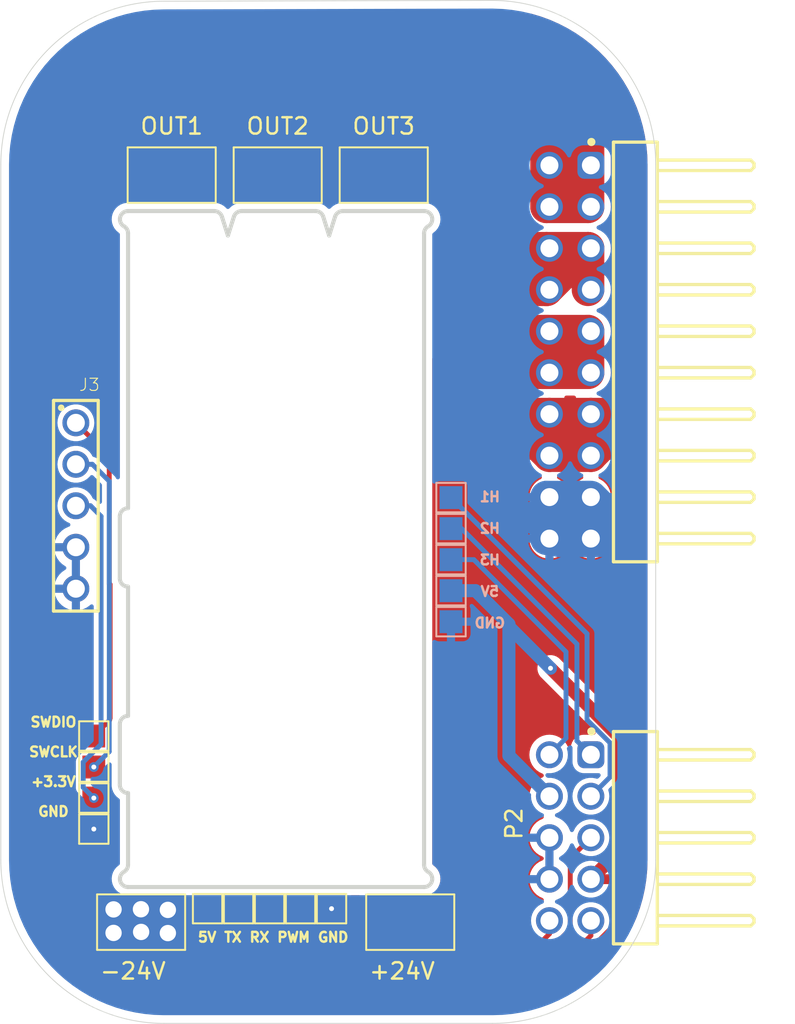
<source format=kicad_pcb>
(kicad_pcb (version 20240108) (generator "pcbnew") (generator_version "8.0")
  (layers (0 "F.Cu" signal) (31 "B.Cu" signal) (34 "B.Paste" user) (35 "F.Paste" user) (36 "B.SilkS" user "B.Silkscreen") (37 "F.SilkS" user "F.Silkscreen") (38 "B.Mask" user) (39 "F.Mask" user) (44 "Edge.Cuts" user))
  (property "ADDRESS1" "Not used")
  (property "ADDRESS2" "Not used")
  (property "ADDRESS3" "Not used")
  (property "ADDRESS4" "Not used")
  (property "APPLICATION_BUILDNUMBER" "Not used")
  (property "APPROVEDBY" "Not used")
  (property "AUTHOR" "Not used")
  (property "CHECKEDBY" "Not used")
  (property "CONFIGURATIONPARAMETERS" "")
  (property "CONFIGURATORNAME" "")
  (property "CURRENTDATE" "Not used")
  (property "CURRENTTIME" "Not used")
  (property "DOCUMENTFULLPATHANDNAME" "Not used")
  (property "DOCUMENTNAME" "Not used")
  (property "DOCUMENTNUMBER" "5")
  (property "DRAWNBY" "Not used")
  (property "ENGINEER" "Not used")
  (property "IMAGEPATH" "Not used")
  (property "ISUSERCONFIGURABLE" "")
  (property "MODIFIEDDATE" "Not used")
  (property "ORGANIZATION" "Not used")
  (property "PROJECTNAME" "Not used")
  (property "SHEETTOTAL" "6")
  (property "TIME" "Not used")
  (property "VERSIONCONTROL_PROJFOLDERREVNUMBER" "")
  (property "VERSIONCONTROL_REVNUMBER" "")
  (net 0 "")
  (net 1 "GND")
  (net 2 "SWDIO")
  (net 3 "3.3V")
  (net 4 "SWCLK")
  (net 5 "OUT3")
  (net 6 "OUT1")
  (net 7 "OUT2")
  (net 8 "H1")
  (net 9 "TX")
  (net 10 "H3")
  (net 11 "24V")
  (net 12 "PWM")
  (net 13 "5V")
  (net 14 "RX")
  (net 15 "H2")
  (footprint "Solderpads:Solder_Pad_5.0x3.0mm" (layer "F.Cu") (at 127.675 46.95)
    (property "Reference" "OUT1" (at 0 -3 0) (layer "F.SilkS"))
    (property "Value" "OUT1" (hide yes))
    (fp_line (start -2.7 -1.7) (end 2.7 -1.7) (stroke (width 0.12)) (layer "F.SilkS"))
    (fp_line (start -2.7 1.7) (end -2.7 -1.7) (stroke (width 0.12)) (layer "F.SilkS"))
    (fp_line (start 2.7 -1.7) (end 2.7 1.7) (stroke (width 0.12)) (layer "F.SilkS"))
    (fp_line (start 2.7 1.7) (end -2.7 1.7) (stroke (width 0.12)) (layer "F.SilkS"))
    (pad "1" smd rect (at 0 0) (size 5 3) (layers "F.Cu" "F.Mask") (net 6 "OUT1") (clearance 0.6))
  )
  (footprint "Eagle_WR-PHD (rev24c):61300511121" (layer "F.Cu") (at 121.8 67.2 -90)
    (property "Reference" "J3" (at -6.97 -1.515 0) (layer "F.SilkS") (effects (font (size 0.747776 0.747776) (thickness 0.065024)) (justify right bottom)))
    (property "Value" "~" (hide yes))
    (fp_line (start -6.45 1.37) (end -6.45 -1.37) (stroke (width 0.2)) (layer "F.SilkS"))
    (fp_line (start 6.45 1.37) (end -6.45 1.37) (stroke (width 0.2)) (layer "F.SilkS"))
    (fp_line (start -6.45 -1.37) (end 6.45 -1.37) (stroke (width 0.2)) (layer "F.SilkS"))
    (fp_line (start 6.45 -1.37) (end 6.45 1.37) (stroke (width 0.2)) (layer "F.SilkS"))
    (fp_circle (center -6 0.9) (end -5.9 0.9) (stroke (width 0.2)) (fill none) (layer "F.SilkS"))
    (pad "1" thru_hole circle (at -5.08 0 270) (size 1.65 1.65) (drill 1.1) (layers "*.Cu" "*.Mask") (net 2 "SWDIO"))
    (pad "2" thru_hole circle (at -2.54 0 270) (size 1.65 1.65) (drill 1.1) (layers "*.Cu" "*.Mask") (net 4 "SWCLK"))
    (pad "3" thru_hole circle (at 0 0 270) (size 1.65 1.65) (drill 1.1) (layers "*.Cu" "*.Mask") (net 3 "3.3V"))
    (pad "4" thru_hole circle (at 2.54 0 270) (size 1.65 1.65) (drill 1.1) (layers "*.Cu" "*.Mask") (net 1 "GND"))
    (pad "5" thru_hole circle (at 5.08 0 270) (size 1.65 1.65) (drill 1.1) (layers "*.Cu" "*.Mask") (net 1 "GND"))
  )
  (footprint "Solderpads:TestPoint_Pad_1.0x1.0mm" (layer "F.Cu") (at 129.875 91.875)
    (property "Reference" "5V" (at -0.025894 1.75 0) (layer "F.SilkS") (effects (font (size 0.6 0.6))))
    (property "Value" "TestPoint_Pad_1.4x1.4mm" (hide yes))
    (fp_line (start -0.9 -0.9) (end 0.9 -0.9) (stroke (width 0.12)) (layer "F.SilkS"))
    (fp_line (start -0.9 0.9) (end -0.9 -0.9) (stroke (width 0.12)) (layer "F.SilkS"))
    (fp_line (start 0.9 -0.9) (end 0.9 0.9) (stroke (width 0.12)) (layer "F.SilkS"))
    (fp_line (start 0.9 0.9) (end -0.9 0.9) (stroke (width 0.12)) (layer "F.SilkS"))
    (pad "1" smd rect (at 0 0) (size 1.4 1.4) (layers "F.Cu" "F.Mask") (net 13 "5V"))
  )
  (footprint "Solderpads:TestPoint_Pad_1.0x1.0mm" (layer "F.Cu") (at 137.475 91.875)
    (property "Reference" "GND" (at 0.099106 1.75 0) (layer "F.SilkS") (effects (font (size 0.6 0.6))))
    (property "Value" "TestPoint_Pad_1.4x1.4mm" (hide yes))
    (fp_line (start -0.9 -0.9) (end 0.9 -0.9) (stroke (width 0.12)) (layer "F.SilkS"))
    (fp_line (start -0.9 0.9) (end -0.9 -0.9) (stroke (width 0.12)) (layer "F.SilkS"))
    (fp_line (start 0.9 -0.9) (end 0.9 0.9) (stroke (width 0.12)) (layer "F.SilkS"))
    (fp_line (start 0.9 0.9) (end -0.9 0.9) (stroke (width 0.12)) (layer "F.SilkS"))
    (pad "1" smd rect (at 0 0) (size 1.4 1.4) (layers "F.Cu" "F.Mask") (net 1 "GND"))
  )
  (footprint "Solderpads:Solder_Pad_5.0x3.0mm" (layer "F.Cu") (at 142.3 92.7)
    (property "Reference" "+24V" (at -0.5 3 180) (layer "F.SilkS"))
    (property "Value" "OUT1" (hide yes))
    (fp_line (start -2.7 -1.7) (end 2.7 -1.7) (stroke (width 0.12)) (layer "F.SilkS"))
    (fp_line (start -2.7 1.7) (end -2.7 -1.7) (stroke (width 0.12)) (layer "F.SilkS"))
    (fp_line (start 2.7 -1.7) (end 2.7 1.7) (stroke (width 0.12)) (layer "F.SilkS"))
    (fp_line (start 2.7 1.7) (end -2.7 1.7) (stroke (width 0.12)) (layer "F.SilkS"))
    (pad "1" smd rect (at 0 0) (size 5 3) (layers "F.Cu" "F.Mask") (net 11 "24V") (clearance 0.6))
  )
  (footprint "Solderpads:Solder_Pad_5.0x3.0mm" (layer "F.Cu") (at 125.8 92.7 180)
    (property "Reference" "-24V" (at 0.5 -3 180) (layer "F.SilkS"))
    (property "Value" "OUT1" (hide yes))
    (fp_line (start 2.7 1.7) (end -2.7 1.7) (stroke (width 0.12)) (layer "F.SilkS"))
    (fp_line (start 2.7 -1.7) (end 2.7 1.7) (stroke (width 0.12)) (layer "F.SilkS"))
    (fp_line (start -2.7 1.7) (end -2.7 -1.7) (stroke (width 0.12)) (layer "F.SilkS"))
    (fp_line (start -2.7 -1.7) (end 2.7 -1.7) (stroke (width 0.12)) (layer "F.SilkS"))
    (pad "1" smd rect (at 0 0 180) (size 5 3) (layers "F.Cu" "F.Mask") (net 1 "GND") (clearance 0.6))
  )
  (footprint "Solderpads:Solder_Pad_5.0x3.0mm" (layer "F.Cu") (at 140.675 46.95)
    (property "Reference" "OUT3" (at 0 -3 0) (layer "F.SilkS"))
    (property "Value" "OUT1" (hide yes))
    (fp_line (start -2.7 -1.7) (end 2.7 -1.7) (stroke (width 0.12)) (layer "F.SilkS"))
    (fp_line (start -2.7 1.7) (end -2.7 -1.7) (stroke (width 0.12)) (layer "F.SilkS"))
    (fp_line (start 2.7 -1.7) (end 2.7 1.7) (stroke (width 0.12)) (layer "F.SilkS"))
    (fp_line (start 2.7 1.7) (end -2.7 1.7) (stroke (width 0.12)) (layer "F.SilkS"))
    (pad "1" smd rect (at 0 0) (size 5 3) (layers "F.Cu" "F.Mask") (net 5 "OUT3") (clearance 0.6))
  )
  (footprint "Solderpads:Solder_Pad_5.0x3.0mm" (layer "F.Cu") (at 134.175 46.95)
    (property "Reference" "OUT2" (at 0 -3 0) (layer "F.SilkS"))
    (property "Value" "OUT1" (hide yes))
    (fp_line (start -2.7 -1.7) (end 2.7 -1.7) (stroke (width 0.12)) (layer "F.SilkS"))
    (fp_line (start -2.7 1.7) (end -2.7 -1.7) (stroke (width 0.12)) (layer "F.SilkS"))
    (fp_line (start 2.7 -1.7) (end 2.7 1.7) (stroke (width 0.12)) (layer "F.SilkS"))
    (fp_line (start 2.7 1.7) (end -2.7 1.7) (stroke (width 0.12)) (layer "F.SilkS"))
    (pad "1" smd rect (at 0 0) (size 5 3) (layers "F.Cu" "F.Mask") (net 7 "OUT2") (clearance 0.6))
  )
  (footprint "Solderpads:TestPoint_Pad_1.0x1.0mm" (layer "F.Cu") (at 135.575 91.875)
    (property "Reference" "PWM" (at -0.425 1.75 0) (layer "F.SilkS") (effects (font (size 0.6 0.6))))
    (property "Value" "TestPoint_Pad_1.4x1.4mm" (hide yes))
    (fp_line (start -0.9 -0.9) (end 0.9 -0.9) (stroke (width 0.12)) (layer "F.SilkS"))
    (fp_line (start -0.9 0.9) (end -0.9 -0.9) (stroke (width 0.12)) (layer "F.SilkS"))
    (fp_line (start 0.9 -0.9) (end 0.9 0.9) (stroke (width 0.12)) (layer "F.SilkS"))
    (fp_line (start 0.9 0.9) (end -0.9 0.9) (stroke (width 0.12)) (layer "F.SilkS"))
    (pad "1" smd rect (at 0 0) (size 1.4 1.4) (layers "F.Cu" "F.Mask") (net 12 "PWM"))
  )
  (footprint "B-G431B-ESC1:ESC_Adapter_pins_right_angle" (layer "F.Cu") (at 154.775 74.41 90)
    (property "Reference" "P2" (at -12.26 -6.11 90) (layer "F.SilkS"))
    (property "Value" "ESC_Adapter_pins_right_angle")
    (fp_line (start 3.78 -0.015) (end 29.48 -0.015) (stroke (width 0.2)) (layer "F.SilkS"))
    (fp_line (start -19.62 -0.015) (end -6.62 -0.015) (stroke (width 0.2)) (layer "F.SilkS"))
    (fp_line (start 29.48 2.675) (end 29.48 -0.015) (stroke (width 0.2)) (layer "F.SilkS"))
    (fp_line (start 3.78 2.675) (end 3.78 -0.015) (stroke (width 0.2)) (layer "F.SilkS"))
    (fp_line (start 3.78 2.675) (end 29.48 2.675) (stroke (width 0.2)) (layer "F.SilkS"))
    (fp_line (start -6.62 2.675) (end -6.62 -0.015) (stroke (width 0.2)) (layer "F.SilkS"))
    (fp_line (start -19.62 2.675) (end -19.62 -0.015) (stroke (width 0.2)) (layer "F.SilkS"))
    (fp_line (start -19.62 2.675) (end -6.62 2.675) (stroke (width 0.2)) (layer "F.SilkS"))
    (fp_line (start 28.38 8.4) (end 28.38 2.675) (stroke (width 0.2)) (layer "F.SilkS"))
    (fp_line (start 27.74 8.4) (end 27.74 2.675) (stroke (width 0.2)) (layer "F.SilkS"))
    (fp_line (start 27.74 8.4) (end 27.94 8.6) (stroke (width 0.2)) (layer "F.SilkS"))
    (fp_line (start 25.84 8.4) (end 25.84 2.675) (stroke (width 0.2)) (layer "F.SilkS"))
    (fp_line (start 25.2 8.4) (end 25.2 2.675) (stroke (width 0.2)) (layer "F.SilkS"))
    (fp_line (start 25.2 8.4) (end 25.4 8.6) (stroke (width 0.2)) (layer "F.SilkS"))
    (fp_line (start 23.3 8.4) (end 23.3 2.675) (stroke (width 0.2)) (layer "F.SilkS"))
    (fp_line (start 22.66 8.4) (end 22.66 2.675) (stroke (width 0.2)) (layer "F.SilkS"))
    (fp_line (start 22.66 8.4) (end 22.86 8.6) (stroke (width 0.2)) (layer "F.SilkS"))
    (fp_line (start 20.76 8.4) (end 20.76 2.675) (stroke (width 0.2)) (layer "F.SilkS"))
    (fp_line (start 20.12 8.4) (end 20.12 2.675) (stroke (width 0.2)) (layer "F.SilkS"))
    (fp_line (start 20.12 8.4) (end 20.32 8.6) (stroke (width 0.2)) (layer "F.SilkS"))
    (fp_line (start 18.22 8.4) (end 18.22 2.675) (stroke (width 0.2)) (layer "F.SilkS"))
    (fp_line (start 17.58 8.4) (end 17.58 2.675) (stroke (width 0.2)) (layer "F.SilkS"))
    (fp_line (start 17.58 8.4) (end 17.78 8.6) (stroke (width 0.2)) (layer "F.SilkS"))
    (fp_line (start 15.68 8.4) (end 15.68 2.675) (stroke (width 0.2)) (layer "F.SilkS"))
    (fp_line (start 15.04 8.4) (end 15.04 2.675) (stroke (width 0.2)) (layer "F.SilkS"))
    (fp_line (start 15.04 8.4) (end 15.24 8.6) (stroke (width 0.2)) (layer "F.SilkS"))
    (fp_line (start 13.14 8.4) (end 13.14 2.675) (stroke (width 0.2)) (layer "F.SilkS"))
    (fp_line (start 12.5 8.4) (end 12.5 2.675) (stroke (width 0.2)) (layer "F.SilkS"))
    (fp_line (start 12.5 8.4) (end 12.7 8.6) (stroke (width 0.2)) (layer "F.SilkS"))
    (fp_line (start 10.6 8.4) (end 10.6 2.675) (stroke (width 0.2)) (layer "F.SilkS"))
    (fp_line (start 9.96 8.4) (end 9.96 2.675) (stroke (width 0.2)) (layer "F.SilkS"))
    (fp_line (start 9.96 8.4) (end 10.16 8.6) (stroke (width 0.2)) (layer "F.SilkS"))
    (fp_line (start 8.06 8.4) (end 8.06 2.675) (stroke (width 0.2)) (layer "F.SilkS"))
    (fp_line (start 7.42 8.4) (end 7.42 2.675) (stroke (width 0.2)) (layer "F.SilkS"))
    (fp_line (start 7.42 8.4) (end 7.62 8.6) (stroke (width 0.2)) (layer "F.SilkS"))
    (fp_line (start 5.52 8.4) (end 5.52 2.675) (stroke (width 0.2)) (layer "F.SilkS"))
    (fp_line (start 4.88 8.4) (end 4.88 2.675) (stroke (width 0.2)) (layer "F.SilkS"))
    (fp_line (start 4.88 8.4) (end 5.08 8.6) (stroke (width 0.2)) (layer "F.SilkS"))
    (fp_line (start -7.72 8.4) (end -7.72 2.675) (stroke (width 0.2)) (layer "F.SilkS"))
    (fp_line (start -8.36 8.4) (end -8.36 2.675) (stroke (width 0.2)) (layer "F.SilkS"))
    (fp_line (start -8.36 8.4) (end -8.16 8.6) (stroke (width 0.2)) (layer "F.SilkS"))
    (fp_line (start -10.26 8.4) (end -10.26 2.675) (stroke (width 0.2)) (layer "F.SilkS"))
    (fp_line (start -10.9 8.4) (end -10.9 2.675) (stroke (width 0.2)) (layer "F.SilkS"))
    (fp_line (start -10.9 8.4) (end -10.7 8.6) (stroke (width 0.2)) (layer "F.SilkS"))
    (fp_line (start -12.8 8.4) (end -12.8 2.675) (stroke (width 0.2)) (layer "F.SilkS"))
    (fp_line (start -13.44 8.4) (end -13.44 2.675) (stroke (width 0.2)) (layer "F.SilkS"))
    (fp_line (start -13.44 8.4) (end -13.24 8.6) (stroke (width 0.2)) (layer "F.SilkS"))
    (fp_line (start -15.34 8.4) (end -15.34 2.675) (stroke (width 0.2)) (layer "F.SilkS"))
    (fp_line (start -15.98 8.4) (end -15.98 2.675) (stroke (width 0.2)) (layer "F.SilkS"))
    (fp_line (start -15.98 8.4) (end -15.78 8.6) (stroke (width 0.2)) (layer "F.SilkS"))
    (fp_line (start -17.88 8.4) (end -17.88 2.675) (stroke (width 0.2)) (layer "F.SilkS"))
    (fp_line (start -18.52 8.4) (end -18.52 2.675) (stroke (width 0.2)) (layer "F.SilkS"))
    (fp_line (start -18.52 8.4) (end -18.32 8.6) (stroke (width 0.2)) (layer "F.SilkS"))
    (fp_line (start 28.18 8.6) (end 28.38 8.4) (stroke (width 0.2)) (layer "F.SilkS"))
    (fp_line (start 27.94 8.6) (end 28.18 8.6) (stroke (width 0.2)) (layer "F.SilkS"))
    (fp_line (start 25.64 8.6) (end 25.84 8.4) (stroke (width 0.2)) (layer "F.SilkS"))
    (fp_line (start 25.4 8.6) (end 25.64 8.6) (stroke (width 0.2)) (layer "F.SilkS"))
    (fp_line (start 23.1 8.6) (end 23.3 8.4) (stroke (width 0.2)) (layer "F.SilkS"))
    (fp_line (start 22.86 8.6) (end 23.1 8.6) (stroke (width 0.2)) (layer "F.SilkS"))
    (fp_line (start 20.56 8.6) (end 20.76 8.4) (stroke (width 0.2)) (layer "F.SilkS"))
    (fp_line (start 20.32 8.6) (end 20.56 8.6) (stroke (width 0.2)) (layer "F.SilkS"))
    (fp_line (start 18.02 8.6) (end 18.22 8.4) (stroke (width 0.2)) (layer "F.SilkS"))
    (fp_line (start 17.78 8.6) (end 18.02 8.6) (stroke (width 0.2)) (layer "F.SilkS"))
    (fp_line (start 15.48 8.6) (end 15.68 8.4) (stroke (width 0.2)) (layer "F.SilkS"))
    (fp_line (start 15.24 8.6) (end 15.48 8.6) (stroke (width 0.2)) (layer "F.SilkS"))
    (fp_line (start 12.94 8.6) (end 13.14 8.4) (stroke (width 0.2)) (layer "F.SilkS"))
    (fp_line (start 12.7 8.6) (end 12.94 8.6) (stroke (width 0.2)) (layer "F.SilkS"))
    (fp_line (start 10.4 8.6) (end 10.6 8.4) (stroke (width 0.2)) (layer "F.SilkS"))
    (fp_line (start 10.16 8.6) (end 10.4 8.6) (stroke (width 0.2)) (layer "F.SilkS"))
    (fp_line (start 7.86 8.6) (end 8.06 8.4) (stroke (width 0.2)) (layer "F.SilkS"))
    (fp_line (start 7.62 8.6) (end 7.86 8.6) (stroke (width 0.2)) (layer "F.SilkS"))
    (fp_line (start 5.32 8.6) (end 5.52 8.4) (stroke (width 0.2)) (layer "F.SilkS"))
    (fp_line (start 5.08 8.6) (end 5.32 8.6) (stroke (width 0.2)) (layer "F.SilkS"))
    (fp_line (start -7.92 8.6) (end -7.72 8.4) (stroke (width 0.2)) (layer "F.SilkS"))
    (fp_line (start -8.16 8.6) (end -7.92 8.6) (stroke (width 0.2)) (layer "F.SilkS"))
    (fp_line (start -10.46 8.6) (end -10.26 8.4) (stroke (width 0.2)) (layer "F.SilkS"))
    (fp_line (start -10.7 8.6) (end -10.46 8.6) (stroke (width 0.2)) (layer "F.SilkS"))
    (fp_line (start -13 8.6) (end -12.8 8.4) (stroke (width 0.2)) (layer "F.SilkS"))
    (fp_line (start -13.24 8.6) (end -13 8.6) (stroke (width 0.2)) (layer "F.SilkS"))
    (fp_line (start -15.54 8.6) (end -15.34 8.4) (stroke (width 0.2)) (layer "F.SilkS"))
    (fp_line (start -15.78 8.6) (end -15.54 8.6) (stroke (width 0.2)) (layer "F.SilkS"))
    (fp_line (start -18.08 8.6) (end -17.88 8.4) (stroke (width 0.2)) (layer "F.SilkS"))
    (fp_line (start -18.32 8.6) (end -18.08 8.6) (stroke (width 0.2)) (layer "F.SilkS"))
    (fp_circle (center 29.49 -1.37) (end 29.49 -1.495) (stroke (width 0.25)) (fill none) (layer "F.SilkS"))
    (fp_circle (center -6.61 -1.37) (end -6.61 -1.495) (stroke (width 0.25)) (fill none) (layer "F.SilkS"))
    (pad "1" thru_hole roundrect (at 28.06 -1.4 90) (size 1.65 1.65) (drill 1.1) (layers "*.Cu" "*.Mask") (net 6 "OUT1"))
    (pad "2" thru_hole circle (at 28.06 -3.94 90) (size 1.65 1.65) (drill 1.1) (layers "*.Cu" "*.Mask") (net 6 "OUT1"))
    (pad "3" thru_hole circle (at 25.52 -1.4 90) (size 1.65 1.65) (drill 1.1) (layers "*.Cu" "*.Mask") (net 6 "OUT1"))
    (pad "4" thru_hole circle (at 25.52 -3.94 90) (size 1.65 1.65) (drill 1.1) (layers "*.Cu" "*.Mask") (net 6 "OUT1"))
    (pad "5" thru_hole circle (at 22.98 -1.4 90) (size 1.65 1.65) (drill 1.1) (layers "*.Cu" "*.Mask") (net 7 "OUT2"))
    (pad "6" thru_hole circle (at 22.98 -3.94 90) (size 1.65 1.65) (drill 1.1) (layers "*.Cu" "*.Mask") (net 7 "OUT2"))
    (pad "7" thru_hole circle (at 20.44 -1.4 90) (size 1.65 1.65) (drill 1.1) (layers "*.Cu" "*.Mask") (net 7 "OUT2"))
    (pad "8" thru_hole circle (at 20.44 -3.94 90) (size 1.65 1.65) (drill 1.1) (layers "*.Cu" "*.Mask") (net 7 "OUT2"))
    (pad "9" thru_hole circle (at 17.9 -1.4 90) (size 1.65 1.65) (drill 1.1) (layers "*.Cu" "*.Mask") (net 5 "OUT3"))
    (pad "10" thru_hole circle (at 17.9 -3.94 90) (size 1.65 1.65) (drill 1.1) (layers "*.Cu" "*.Mask") (net 5 "OUT3"))
    (pad "11" thru_hole circle (at 15.36 -1.4 90) (size 1.65 1.65) (drill 1.1) (layers "*.Cu" "*.Mask") (net 5 "OUT3"))
    (pad "12" thru_hole circle (at 15.36 -3.94 90) (size 1.65 1.65) (drill 1.1) (layers "*.Cu" "*.Mask") (net 5 "OUT3"))
    (pad "13" thru_hole circle (at 12.82 -1.4 90) (size 1.65 1.65) (drill 1.1) (layers "*.Cu" "*.Mask") (net 11 "24V"))
    (pad "14" thru_hole circle (at 12.82 -3.94 90) (size 1.65 1.65) (drill 1.1) (layers "*.Cu" "*.Mask") (net 11 "24V"))
    (pad "15" thru_hole circle (at 10.28 -1.4 90) (size 1.65 1.65) (drill 1.1) (layers "*.Cu" "*.Mask") (net 11 "24V"))
    (pad "16" thru_hole circle (at 10.28 -3.94 90) (size 1.65 1.65) (drill 1.1) (layers "*.Cu" "*.Mask") (net 11 "24V"))
    (pad "17" thru_hole circle (at 7.74 -1.4 90) (size 1.65 1.65) (drill 1.1) (layers "*.Cu" "*.Mask") (net 1 "GND"))
    (pad "18" thru_hole circle (at 7.74 -3.94 90) (size 1.65 1.65) (drill 1.1) (layers "*.Cu" "*.Mask") (net 1 "GND"))
    (pad "19" thru_hole circle (at 5.2 -1.4 90) (size 1.65 1.65) (drill 1.1) (layers "*.Cu" "*.Mask") (net 1 "GND"))
    (pad "20" thru_hole circle (at 5.2 -3.94 90) (size 1.65 1.65) (drill 1.1) (layers "*.Cu" "*.Mask") (net 1 "GND"))
    (pad "21" thru_hole roundrect (at -8.04 -1.4 90) (size 1.65 1.65) (drill 1.1) (layers "*.Cu" "*.Mask") (net 15 "H2"))
    (pad "22" thru_hole circle (at -8.04 -3.94 90) (size 1.65 1.65) (drill 1.1) (layers "*.Cu" "*.Mask") (net 10 "H3"))
    (pad "23" thru_hole circle (at -10.58 -1.4 90) (size 1.65 1.65) (drill 1.1) (layers "*.Cu" "*.Mask") (net 8 "H1"))
    (pad "24" thru_hole circle (at -10.58 -3.94 90) (size 1.65 1.65) (drill 1.1) (layers "*.Cu" "*.Mask") (net 13 "5V"))
    (pad "25" thru_hole circle (at -13.12 -1.4 90) (size 1.65 1.65) (drill 1.1) (layers "*.Cu" "*.Mask") (net 14 "RX"))
    (pad "26" thru_hole circle (at -13.12 -3.94 90) (size 1.65 1.65) (drill 1.1) (layers "*.Cu" "*.Mask") (net 1 "GND"))
    (pad "27" thru_hole circle (at -15.66 -1.4 90) (size 1.65 1.65) (drill 1.1) (layers "*.Cu" "*.Mask") (net 13 "5V"))
    (pad "28" thru_hole circle (at -15.66 -3.94 90) (size 1.65 1.65) (drill 1.1) (layers "*.Cu" "*.Mask") (net 1 "GND"))
    (pad "29" thru_hole circle (at -18.2 -1.4 90) (size 1.65 1.65) (drill 1.1) (layers "*.Cu" "*.Mask") (net 9 "TX"))
    (pad "30" thru_hole circle (at -18.2 -3.94 90) (size 1.65 1.65) (drill 1.1) (layers "*.Cu" "*.Mask") (net 12 "PWM"))
  )
  (footprint "Solderpads:TestPoint_Pad_1.0x1.0mm" (layer "F.Cu") (at 122.9 81.3 -90)
    (property "Reference" "SWDIO" (at -0.85 2.475 0) (layer "F.SilkS") (effects (font (size 0.6 0.6))))
    (property "Value" "TestPoint_Pad_1.4x1.4mm" (hide yes))
    (fp_line (start -0.9 0.9) (end -0.9 -0.9) (stroke (width 0.12)) (layer "F.SilkS"))
    (fp_line (start 0.9 0.9) (end -0.9 0.9) (stroke (width 0.12)) (layer "F.SilkS"))
    (fp_line (start -0.9 -0.9) (end 0.9 -0.9) (stroke (width 0.12)) (layer "F.SilkS"))
    (fp_line (start 0.9 -0.9) (end 0.9 0.9) (stroke (width 0.12)) (layer "F.SilkS"))
    (pad "1" smd rect (at 0 0 270) (size 1.4 1.4) (layers "F.Cu" "F.Mask") (net 2 "SWDIO"))
  )
  (footprint "Solderpads:TestPoint_Pad_1.0x1.0mm" (layer "F.Cu") (at 131.775 91.875)
    (property "Reference" "TX" (at -0.344643 1.75 0) (layer "F.SilkS") (effects (font (size 0.6 0.6))))
    (property "Value" "TestPoint_Pad_1.4x1.4mm" (hide yes))
    (fp_line (start -0.9 -0.9) (end 0.9 -0.9) (stroke (width 0.12)) (layer "F.SilkS"))
    (fp_line (start -0.9 0.9) (end -0.9 -0.9) (stroke (width 0.12)) (layer "F.SilkS"))
    (fp_line (start 0.9 -0.9) (end 0.9 0.9) (stroke (width 0.12)) (layer "F.SilkS"))
    (fp_line (start 0.9 0.9) (end -0.9 0.9) (stroke (width 0.12)) (layer "F.SilkS"))
    (pad "1" smd rect (at 0 0) (size 1.4 1.4) (layers "F.Cu" "F.Mask") (net 9 "TX"))
  )
  (footprint "Solderpads:TestPoint_Pad_1.0x1.0mm" (layer "F.Cu") (at 122.9 87 -90)
    (property "Reference" "GND" (at -1.075 2.475 180) (layer "F.SilkS") (effects (font (size 0.6 0.6))))
    (property "Value" "TestPoint_Pad_1.4x1.4mm" (hide yes))
    (fp_line (start -0.9 0.9) (end -0.9 -0.9) (stroke (width 0.12)) (layer "F.SilkS"))
    (fp_line (start 0.9 0.9) (end -0.9 0.9) (stroke (width 0.12)) (layer "F.SilkS"))
    (fp_line (start -0.9 -0.9) (end 0.9 -0.9) (stroke (width 0.12)) (layer "F.SilkS"))
    (fp_line (start 0.9 -0.9) (end 0.9 0.9) (stroke (width 0.12)) (layer "F.SilkS"))
    (pad "1" smd rect (at 0 0 270) (size 1.4 1.4) (layers "F.Cu" "F.Mask") (net 1 "GND"))
  )
  (footprint "Solderpads:TestPoint_Pad_1.0x1.0mm" (layer "F.Cu") (at 122.9 83.2 -90)
    (property "Reference" "SWCLK" (at -0.925 2.475 0) (layer "F.SilkS") (effects (font (size 0.6 0.6))))
    (property "Value" "TestPoint_Pad_1.4x1.4mm" (hide yes))
    (fp_line (start -0.9 0.9) (end -0.9 -0.9) (stroke (width 0.12)) (layer "F.SilkS"))
    (fp_line (start 0.9 0.9) (end -0.9 0.9) (stroke (width 0.12)) (layer "F.SilkS"))
    (fp_line (start -0.9 -0.9) (end 0.9 -0.9) (stroke (width 0.12)) (layer "F.SilkS"))
    (fp_line (start 0.9 -0.9) (end 0.9 0.9) (stroke (width 0.12)) (layer "F.SilkS"))
    (pad "1" smd rect (at 0 0 270) (size 1.4 1.4) (layers "F.Cu" "F.Mask") (net 4 "SWCLK"))
  )
  (footprint "Solderpads:TestPoint_Pad_1.0x1.0mm" (layer "F.Cu") (at 122.9 85.1 -90)
    (property "Reference" "+3.3V" (at -1 2.475 0) (layer "F.SilkS") (effects (font (size 0.6 0.6))))
    (property "Value" "TestPoint_Pad_1.4x1.4mm" (hide yes))
    (fp_line (start -0.9 0.9) (end -0.9 -0.9) (stroke (width 0.12)) (layer "F.SilkS"))
    (fp_line (start 0.9 0.9) (end -0.9 0.9) (stroke (width 0.12)) (layer "F.SilkS"))
    (fp_line (start -0.9 -0.9) (end 0.9 -0.9) (stroke (width 0.12)) (layer "F.SilkS"))
    (fp_line (start 0.9 -0.9) (end 0.9 0.9) (stroke (width 0.12)) (layer "F.SilkS"))
    (pad "1" smd rect (at 0 0 270) (size 1.4 1.4) (layers "F.Cu" "F.Mask") (net 3 "3.3V"))
  )
  (footprint "Solderpads:TestPoint_Pad_1.0x1.0mm" (layer "F.Cu") (at 133.675 91.875)
    (property "Reference" "RX" (at -0.620536 1.75 0) (layer "F.SilkS") (effects (font (size 0.6 0.6))))
    (property "Value" "TestPoint_Pad_1.4x1.4mm" (hide yes))
    (fp_line (start -0.9 -0.9) (end 0.9 -0.9) (stroke (width 0.12)) (layer "F.SilkS"))
    (fp_line (start -0.9 0.9) (end -0.9 -0.9) (stroke (width 0.12)) (layer "F.SilkS"))
    (fp_line (start 0.9 -0.9) (end 0.9 0.9) (stroke (width 0.12)) (layer "F.SilkS"))
    (fp_line (start 0.9 0.9) (end -0.9 0.9) (stroke (width 0.12)) (layer "F.SilkS"))
    (pad "1" smd rect (at 0 0) (size 1.4 1.4) (layers "F.Cu" "F.Mask") (net 14 "RX"))
  )
  (footprint "Solderpads:TestPoint_Pad_1.0x1.0mm" (layer "B.Cu") (at 144.8 74.3 90)
    (property "Reference" "GND" (at -0.08125 2.380714 0) (layer "B.SilkS") (effects (font (size 0.6 0.6)) (justify mirror)))
    (property "Value" "TestPoint_Pad_1.4x1.4mm" (hide yes))
    (fp_line (start 0.9 -0.9) (end 0.9 0.9) (stroke (width 0.12)) (layer "B.SilkS"))
    (fp_line (start -0.9 -0.9) (end 0.9 -0.9) (stroke (width 0.12)) (layer "B.SilkS"))
    (fp_line (start 0.9 0.9) (end -0.9 0.9) (stroke (width 0.12)) (layer "B.SilkS"))
    (fp_line (start -0.9 0.9) (end -0.9 -0.9) (stroke (width 0.12)) (layer "B.SilkS"))
    (pad "1" smd rect (at 0 0 90) (size 1.4 1.4) (layers "B.Cu" "B.Mask") (net 1 "GND"))
  )
  (footprint "Solderpads:TestPoint_Pad_1.0x1.0mm" (layer "B.Cu") (at 144.8 68.6 90)
    (property "Reference" "H2" (at 0.0125 2.380714 0) (layer "B.SilkS") (effects (font (size 0.6 0.6)) (justify mirror)))
    (property "Value" "TestPoint_Pad_1.4x1.4mm" (hide yes))
    (fp_line (start 0.9 -0.9) (end 0.9 0.9) (stroke (width 0.12)) (layer "B.SilkS"))
    (fp_line (start -0.9 -0.9) (end 0.9 -0.9) (stroke (width 0.12)) (layer "B.SilkS"))
    (fp_line (start 0.9 0.9) (end -0.9 0.9) (stroke (width 0.12)) (layer "B.SilkS"))
    (fp_line (start -0.9 0.9) (end -0.9 -0.9) (stroke (width 0.12)) (layer "B.SilkS"))
    (pad "1" smd rect (at 0 0 90) (size 1.4 1.4) (layers "B.Cu" "B.Mask") (net 15 "H2"))
  )
  (footprint "Solderpads:TestPoint_Pad_1.0x1.0mm" (layer "B.Cu") (at 144.8 72.4 90)
    (property "Reference" "5V" (at -0.05 2.380714 0) (layer "B.SilkS") (effects (font (size 0.6 0.6)) (justify mirror)))
    (property "Value" "TestPoint_Pad_1.4x1.4mm" (hide yes))
    (fp_line (start 0.9 -0.9) (end 0.9 0.9) (stroke (width 0.12)) (layer "B.SilkS"))
    (fp_line (start -0.9 -0.9) (end 0.9 -0.9) (stroke (width 0.12)) (layer "B.SilkS"))
    (fp_line (start 0.9 0.9) (end -0.9 0.9) (stroke (width 0.12)) (layer "B.SilkS"))
    (fp_line (start -0.9 0.9) (end -0.9 -0.9) (stroke (width 0.12)) (layer "B.SilkS"))
    (pad "1" smd rect (at 0 0 90) (size 1.4 1.4) (layers "B.Cu" "B.Mask") (net 13 "5V"))
  )
  (footprint "Solderpads:TestPoint_Pad_1.0x1.0mm" (layer "B.Cu") (at 144.8 66.7 90)
    (property "Reference" "H1" (at 0.04375 2.380714 0) (layer "B.SilkS") (effects (font (size 0.6 0.6)) (justify mirror)))
    (property "Value" "TestPoint_Pad_1.4x1.4mm" (hide yes))
    (fp_line (start 0.9 -0.9) (end 0.9 0.9) (stroke (width 0.12)) (layer "B.SilkS"))
    (fp_line (start -0.9 -0.9) (end 0.9 -0.9) (stroke (width 0.12)) (layer "B.SilkS"))
    (fp_line (start 0.9 0.9) (end -0.9 0.9) (stroke (width 0.12)) (layer "B.SilkS"))
    (fp_line (start -0.9 0.9) (end -0.9 -0.9) (stroke (width 0.12)) (layer "B.SilkS"))
    (pad "1" smd rect (at 0 0 90) (size 1.4 1.4) (layers "B.Cu" "B.Mask") (net 8 "H1"))
  )
  (footprint "Solderpads:TestPoint_Pad_1.0x1.0mm" (layer "B.Cu") (at 144.8 70.5 90)
    (property "Reference" "H3" (at -0.01875 2.380714 0) (layer "B.SilkS") (effects (font (size 0.6 0.6)) (justify mirror)))
    (property "Value" "TestPoint_Pad_1.4x1.4mm" (hide yes))
    (fp_line (start 0.9 -0.9) (end 0.9 0.9) (stroke (width 0.12)) (layer "B.SilkS"))
    (fp_line (start -0.9 -0.9) (end 0.9 -0.9) (stroke (width 0.12)) (layer "B.SilkS"))
    (fp_line (start 0.9 0.9) (end -0.9 0.9) (stroke (width 0.12)) (layer "B.SilkS"))
    (fp_line (start -0.9 0.9) (end -0.9 -0.9) (stroke (width 0.12)) (layer "B.SilkS"))
    (pad "1" smd rect (at 0 0 90) (size 1.4 1.4) (layers "B.Cu" "B.Mask") (net 10 "H3"))
  )
  (gr_arc (start 157.35 88.9) (mid 154.421068 95.971068) (end 147.35 98.9) (stroke (width 0.05)) (layer "Edge.Cuts"))
  (gr_arc (start 125 90.55) (mid 124.517017 90.179411) (end 124.75 89.616987) (stroke (width 0.25)) (layer "Edge.Cuts"))
  (gr_arc (start 143.4 89.616987) (mid 143.632953 90.179411) (end 143.15 90.55) (stroke (width 0.25)) (layer "Edge.Cuts"))
  (gr_line (start 157.350124 46.3) (end 157.35 88.9) (stroke (width 0.05)) (layer "Edge.Cuts"))
  (gr_line (start 136.967037 49.500066) (end 137.3285 50.65) (stroke (width 0.25)) (layer "Edge.Cuts"))
  (gr_arc (start 117.2 46.3) (mid 120.128932 39.228932) (end 127.2 36.3) (stroke (width 0.05)) (layer "Edge.Cuts"))
  (gr_arc (start 131.489044 49.498188) (mid 131.67042 49.246358) (end 131.96544 49.15) (stroke (width 0.25)) (layer "Edge.Cuts"))
  (gr_arc (start 125 89.183975) (mid 124.933024 89.433986) (end 124.75 89.616987) (stroke (width 0.25)) (layer "Edge.Cuts"))
  (gr_arc (start 124.9945 72.15) (mid 124.640934 72.00356) (end 124.4945 71.65) (stroke (width 0.25)) (layer "Edge.Cuts"))
  (gr_line (start 125 84.79) (end 125 89.183975) (stroke (width 0.25)) (layer "Edge.Cuts"))
  (gr_line (start 137.3285 50.65) (end 137.689963 49.500066) (stroke (width 0.25)) (layer "Edge.Cuts"))
  (gr_line (start 143.15 50.516025) (end 143.15 89.183975) (stroke (width 0.25)) (layer "Edge.Cuts"))
  (gr_arc (start 136.490047 49.15) (mid 136.785847 49.246933) (end 136.967037 49.500066) (stroke (width 0.25)) (layer "Edge.Cuts"))
  (gr_arc (start 127.2 98.9) (mid 120.128932 95.971068) (end 117.2 88.9) (stroke (width 0.05)) (layer "Edge.Cuts"))
  (gr_arc (start 124.9945 84.79) (mid 124.640934 84.64356) (end 124.4945 84.29) (stroke (width 0.25)) (layer "Edge.Cuts"))
  (gr_arc (start 124.4945 80.57) (mid 124.640948 80.216454) (end 124.9945 80.07) (stroke (width 0.25)) (layer "Edge.Cuts"))
  (gr_line (start 136.490047 49.15) (end 131.96544 49.15) (stroke (width 0.25)) (layer "Edge.Cuts"))
  (gr_arc (start 124.75 50.083013) (mid 124.517027 49.520592) (end 125 49.15) (stroke (width 0.25)) (layer "Edge.Cuts"))
  (gr_line (start 143.15 90.55) (end 125 90.55) (stroke (width 0.25)) (layer "Edge.Cuts"))
  (gr_line (start 130.27856 49.15) (end 125 49.15) (stroke (width 0.25)) (layer "Edge.Cuts"))
  (gr_line (start 127.2 36.3) (end 147.35 36.25) (stroke (width 0.05)) (layer "Edge.Cuts"))
  (gr_line (start 130.754956 49.498188) (end 131.122 50.65) (stroke (width 0.25)) (layer "Edge.Cuts"))
  (gr_arc (start 124.4945 67.85) (mid 124.640948 67.496454) (end 124.9945 67.35) (stroke (width 0.25)) (layer "Edge.Cuts"))
  (gr_line (start 143.15 49.15) (end 138.166953 49.15) (stroke (width 0.25)) (layer "Edge.Cuts"))
  (gr_line (start 131.122 50.65) (end 131.489044 49.498188) (stroke (width 0.25)) (layer "Edge.Cuts"))
  (gr_arc (start 143.15 49.15) (mid 143.632943 49.520592) (end 143.4 50.083013) (stroke (width 0.25)) (layer "Edge.Cuts"))
  (gr_line (start 125 50.516025) (end 125 67.35) (stroke (width 0.25)) (layer "Edge.Cuts"))
  (gr_arc (start 130.27856 49.15) (mid 130.573607 49.246318) (end 130.754956 49.498188) (stroke (width 0.25)) (layer "Edge.Cuts"))
  (gr_line (start 124.4945 84.29) (end 124.4945 80.57) (stroke (width 0.25)) (layer "Edge.Cuts"))
  (gr_line (start 125 72.15) (end 125 80.07) (stroke (width 0.25)) (layer "Edge.Cuts"))
  (gr_arc (start 137.689963 49.500066) (mid 137.871107 49.246888) (end 138.166953 49.15) (stroke (width 0.25)) (layer "Edge.Cuts"))
  (gr_arc (start 124.75 50.083013) (mid 124.933033 50.266022) (end 125 50.516025) (stroke (width 0.25)) (layer "Edge.Cuts"))
  (gr_arc (start 143.15 50.516025) (mid 143.216979 50.266019) (end 143.4 50.083013) (stroke (width 0.25)) (layer "Edge.Cuts"))
  (gr_line (start 117.2 88.9) (end 117.2 46.3) (stroke (width 0.05)) (layer "Edge.Cuts"))
  (gr_arc (start 147.35 36.25) (mid 154.424167 39.211189) (end 157.350124 46.3) (stroke (width 0.05)) (layer "Edge.Cuts"))
  (gr_arc (start 143.4 89.616987) (mid 143.216988 89.433971) (end 143.15 89.183975) (stroke (width 0.25)) (layer "Edge.Cuts"))
  (gr_line (start 147.35 98.9) (end 127.2 98.9) (stroke (width 0.05)) (layer "Edge.Cuts"))
  (gr_line (start 124.4945 67.85) (end 124.4945 71.65) (stroke (width 0.25)) (layer "Edge.Cuts"))
  (segment (start 137.475 91.875) (end 137.65 92.05) (width 0.3) (layer "F.Cu") (net 1))
  (segment (start 137.475 91.875) (end 137.475 91.825) (width 0.3) (layer "F.Cu") (net 1))
  (segment (start 125.8 92.7) (end 124.9 92.7) (width 2) (layer "F.Cu") (net 1))
  (segment (start 137.475 91.825) (end 137.5 91.8) (width 0.3) (layer "F.Cu") (net 1))
  (via (at 124.11 91.92) (size 1.2) (drill 1) (layers "F.Cu" "B.Cu") (net 1))
  (via (at 125.79 91.91) (size 1.2) (drill 1) (layers "F.Cu" "B.Cu") (net 1))
  (via (at 127.44 91.95) (size 1.2) (drill 1) (layers "F.Cu" "B.Cu") (net 1))
  (via (at 122.9 87) (size 0.6) (drill 0.3) (layers "F.Cu" "B.Cu") (net 1))
  (via (at 127.44 93.37) (size 1.2) (drill 1) (layers "F.Cu" "B.Cu") (net 1))
  (via (at 124.11 93.36) (size 1.2) (drill 1) (layers "F.Cu" "B.Cu") (net 1))
  (via (at 125.8 93.3) (size 1.2) (drill 1) (layers "F.Cu" "B.Cu") (net 1))
  (via (at 137.475 91.875) (size 0.6) (drill 0.3) (layers "F.Cu" "B.Cu") (net 1))
  (segment (start 155.25 68.545) (end 153.375 66.67) (width 2) (layer "B.Cu") (net 1))
  (segment (start 153.2 69.21) (end 150.66 69.21) (width 2) (layer "B.Cu") (net 1))
  (segment (start 149.99 67.88) (end 151.45 69.34) (width 2) (layer "B.Cu") (net 1))
  (segment (start 153.2 66.67) (end 150.66 66.67) (width 2) (layer "B.Cu") (net 1))
  (segment (start 150.66 67.88) (end 150.66 69.21) (width 2) (layer "B.Cu") (net 1))
  (segment (start 153.2 66.67) (end 153.2 69.21) (width 2) (layer "B.Cu") (net 1))
  (segment (start 151.45 69.34) (end 155.25 69.34) (width 2) (layer "B.Cu") (net 1))
  (segment (start 150.66 67.88) (end 149.99 67.88) (width 2) (layer "B.Cu") (net 1))
  (segment (start 155.25 69.34) (end 155.25 68.545) (width 2) (layer "B.Cu") (net 1))
  (segment (start 150.66 69.21) (end 153.2 66.67) (width 2) (layer "B.Cu") (net 1))
  (segment (start 150.66 66.67) (end 150.66 67.88) (width 2) (layer "B.Cu") (net 1))
  (segment (start 123.9 72.019584) (end 123.8445 71.964084) (width 0.3) (layer "F.Cu") (net 2))
  (segment (start 123.8445 71.964084) (end 123.8445 64.1645) (width 0.3) (layer "F.Cu") (net 2))
  (segment (start 123.8445 64.1645) (end 121.8 62.12) (width 0.3) (layer "F.Cu") (net 2))
  (segment (start 123.9 80.200416) (end 123.9 72.019584) (width 0.3) (layer "F.Cu") (net 2))
  (segment (start 122.9 81.3) (end 123.86355 80.33645) (width 0.3) (layer "F.Cu") (net 2))
  (segment (start 123.86355 80.33645) (end 123.9 80.200416) (width 0.3) (layer "F.Cu") (net 2))
  (via (at 122.9 85.1) (size 0.6) (drill 0.3) (layers "F.Cu" "B.Cu") (net 3))
  (segment (start 122.25 82.9) (end 123.3445 81.8055) (width 0.3) (layer "B.Cu") (net 3))
  (segment (start 122.25 84.45) (end 122.25 82.9) (width 0.3) (layer "B.Cu") (net 3))
  (segment (start 122.7 67.2) (end 121.8 67.2) (width 0.3) (layer "B.Cu") (net 3))
  (segment (start 123.3445 81.8055) (end 123.3445 67.8445) (width 0.3) (layer "B.Cu") (net 3))
  (segment (start 123.3445 67.8445) (end 122.7 67.2) (width 0.3) (layer "B.Cu") (net 3))
  (segment (start 122.9 85.1) (end 122.25 84.45) (width 0.3) (layer "B.Cu") (net 3))
  (via (at 122.9 83.2) (size 0.6) (drill 0.3) (layers "F.Cu" "B.Cu") (net 4))
  (segment (start 123.8445 82.2555) (end 123.8445 80.300761) (width 0.3) (layer "B.Cu") (net 4))
  (segment (start 123.8445 71.919239) (end 123.8445 67.580761) (width 0.3) (layer "B.Cu") (net 4))
  (segment (start 123.8445 67.580761) (end 123.85 67.575261) (width 0.3) (layer "B.Cu") (net 4))
  (segment (start 122.9 83.2) (end 123.8445 82.2555) (width 0.3) (layer "B.Cu") (net 4))
  (segment (start 123.85 67.575261) (end 123.85 65.7) (width 0.3) (layer "B.Cu") (net 4))
  (segment (start 123.85 80.295261) (end 123.85 71.924739) (width 0.3) (layer "B.Cu") (net 4))
  (segment (start 123.85 71.924739) (end 123.8445 71.919239) (width 0.3) (layer "B.Cu") (net 4))
  (segment (start 123.8445 80.300761) (end 123.85 80.295261) (width 0.3) (layer "B.Cu") (net 4))
  (segment (start 123.85 65.7) (end 122.81 64.66) (width 0.3) (layer "B.Cu") (net 4))
  (segment (start 122.81 64.66) (end 121.8 64.66) (width 0.3) (layer "B.Cu") (net 4))
  (segment (start 145.173026 57.573026) (end 145.75 58.15) (width 2) (layer "F.Cu") (net 5))
  (segment (start 143.307361 46.95) (end 140.675 46.95) (width 2) (layer "F.Cu") (net 5))
  (segment (start 150.66 59.05) (end 153.2 56.51) (width 2) (layer "F.Cu") (net 5))
  (segment (start 145.173026 48.815665) (end 143.307361 46.95) (width 2) (layer "F.Cu") (net 5))
  (segment (start 153.2 56.51) (end 153.2 59.05) (width 2) (layer "F.Cu") (net 5))
  (segment (start 145.75 58.15) (end 148.95 58.15) (width 2) (layer "F.Cu") (net 5))
  (segment (start 145.173026 55.2) (end 145.173026 48.815665) (width 2) (layer "F.Cu") (net 5))
  (segment (start 146.65 59.05) (end 145.173026 57.573026) (width 2) (layer "F.Cu") (net 5))
  (segment (start 150.66 57.81) (end 150.66 56.51) (width 2) (layer "F.Cu") (net 5))
  (segment (start 150.66 59.05) (end 146.65 59.05) (width 2) (layer "F.Cu") (net 5))
  (segment (start 145.173026 57.573026) (end 145.173026 55.2) (width 2) (layer "F.Cu") (net 5))
  (segment (start 146.483026 56.51) (end 145.173026 55.2) (width 2) (layer "F.Cu") (net 5))
  (segment (start 150.66 56.51) (end 146.483026 56.51) (width 2) (layer "F.Cu") (net 5))
  (segment (start 151.28 58.43) (end 150.66 57.81) (width 2) (layer "F.Cu") (net 5))
  (segment (start 153.2 59.05) (end 150.66 59.05) (width 2) (layer "F.Cu") (net 5))
  (segment (start 150.66 56.51) (end 153.2 56.51) (width 2) (layer "F.Cu") (net 5))
  (segment (start 153.2 43.55) (end 148.25 38.6) (width 3) (layer "F.Cu") (net 6))
  (segment (start 148.25 38.6) (end 145.9 38.6) (width 3) (layer "F.Cu") (net 6))
  (segment (start 153.2 48.89) (end 153.2 46.35) (width 2) (layer "F.Cu") (net 6))
  (segment (start 150.66 43.36) (end 145.9 38.6) (width 3) (layer "F.Cu") (net 6))
  (segment (start 153.2 43.55) (end 152.1 44.65) (width 2) (layer "F.Cu") (net 6))
  (segment (start 153.2 43.55) (end 153.2 46.35) (width 2) (layer "F.Cu") (net 6))
  (segment (start 150.66 48.89) (end 153.2 48.89) (width 2) (layer "F.Cu") (net 6))
  (segment (start 127.675 44.725) (end 127.675 45.225) (width 3) (layer "F.Cu") (net 6))
  (segment (start 127.675 46.95) (end 127.675 45.225) (width 2) (layer "F.Cu") (net 6))
  (segment (start 150.66 46.35) (end 150.66 43.36) (width 2) (layer "F.Cu") (net 6))
  (segment (start 145.9 38.6) (end 133.8 38.6) (width 3) (layer "F.Cu") (net 6))
  (segment (start 152.1 44.65) (end 151.8 44.65) (width 2) (layer "F.Cu") (net 6))
  (segment (start 133.8 38.6) (end 127.675 44.725) (width 3) (layer "F.Cu") (net 6))
  (segment (start 150.66 46.35) (end 150.66 48.89) (width 2) (layer "F.Cu") (net 6))
  (segment (start 153.2 46.35) (end 150.66 48.89) (width 2) (layer "F.Cu") (net 6))
  (segment (start 153.2 46.35) (end 150.66 46.35) (width 2) (layer "F.Cu") (net 6))
  (segment (start 148.05 53.3) (end 148.05 46.25) (width 2) (layer "F.Cu") (net 7))
  (segment (start 135.3 42.3) (end 144.1 42.3) (width 3) (layer "F.Cu") (net 7))
  (segment (start 150.66 51.43) (end 150.66 53.97) (width 2) (layer "F.Cu") (net 7))
  (segment (start 150.66 51.43) (end 153.2 51.43) (width 2) (layer "F.Cu") (net 7))
  (segment (start 149.4 51.4) (end 149.4 52.55) (width 2) (layer "F.Cu") (net 7))
  (segment (start 150.66 53.97) (end 148.72 53.97) (width 2) (layer "F.Cu") (net 7))
  (segment (start 134.175 43.425) (end 135.3 42.3) (width 3) (layer "F.Cu") (net 7))
  (segment (start 149.1 51.1) (end 149.4 51.4) (width 2) (layer "F.Cu") (net 7))
  (segment (start 134.175 46.95) (end 134.175 44.975) (width 2) (layer "F.Cu") (net 7))
  (segment (start 134.175 44.975) (end 134.175 43.425) (width 3) (layer "F.Cu") (net 7))
  (segment (start 150.66 51.43) (end 149.43 51.43) (width 2) (layer "F.Cu") (net 7))
  (segment (start 153.2 51.43) (end 153.2 53.97) (width 2) (layer "F.Cu") (net 7))
  (segment (start 148.72 53.97) (end 148.05 53.3) (width 2) (layer "F.Cu") (net 7))
  (segment (start 149.43 51.43) (end 149.1 51.1) (width 2) (layer "F.Cu") (net 7))
  (segment (start 144.1 42.3) (end 147.3 45.5) (width 3) (layer "F.Cu") (net 7))
  (segment (start 150.66 53.97) (end 153.2 51.43) (width 2) (layer "F.Cu") (net 7))
  (segment (start 153.14 80.31166) (end 154.55 81.72166) (width 0.3) (layer "B.Cu") (net 8))
  (segment (start 153.14 75.04) (end 153.14 80.31166) (width 0.3) (layer "B.Cu") (net 8))
  (segment (start 154.55 83.815) (end 153.375 84.99) (width 0.3) (layer "B.Cu") (net 8))
  (segment (start 154.55 81.72166) (end 154.55 83.815) (width 0.3) (layer "B.Cu") (net 8))
  (segment (start 144.8 66.7) (end 153.14 75.04) (width 0.3) (layer "B.Cu") (net 8))
  (segment (start 149.87942 96.85) (end 150.132102 96.767898) (width 0.3) (layer "F.Cu") (net 9))
  (segment (start 150.132102 96.767898) (end 153.375 93.525) (width 0.3) (layer "F.Cu") (net 9))
  (segment (start 131.775 91.875) (end 131.775 96.225) (width 0.3) (layer "F.Cu") (net 9))
  (segment (start 132.4 96.85) (end 149.87942 96.85) (width 0.3) (layer "F.Cu") (net 9))
  (segment (start 131.775 96.225) (end 132.4 96.85) (width 0.3) (layer "F.Cu") (net 9))
  (segment (start 153.375 93.525) (end 153.375 92.61) (width 0.3) (layer "F.Cu") (net 9))
  (segment (start 151.85 81.435) (end 150.835 82.45) (width 0.3) (layer "B.Cu") (net 10))
  (segment (start 144.8 70.5) (end 146.2 70.5) (width 0.3) (layer "B.Cu") (net 10))
  (segment (start 146.2 70.5) (end 151.85 76.15) (width 0.3) (layer "B.Cu") (net 10))
  (segment (start 151.85 76.15) (end 151.85 81.435) (width 0.3) (layer "B.Cu") (net 10))
  (segment (start 155.14 61.59) (end 155.18 61.55) (width 2) (layer "F.Cu") (net 11))
  (segment (start 153.375 64.13) (end 150.835 64.13) (width 2) (layer "F.Cu") (net 11))
  (segment (start 155.18 62.325) (end 153.375 64.13) (width 2) (layer "F.Cu") (net 11))
  (segment (start 153.375 64.13) (end 150.835 61.59) (width 2) (layer "F.Cu") (net 11))
  (segment (start 148.67 61.965) (end 150.835 64.13) (width 2) (layer "F.Cu") (net 11))
  (segment (start 150.835 64.13) (end 153.375 61.59) (width 2) (layer "F.Cu") (net 11))
  (segment (start 153.375 61.59) (end 155.14 61.59) (width 2) (layer "F.Cu") (net 11))
  (segment (start 150.835 61.59) (end 148.83 61.59) (width 2) (layer "F.Cu") (net 11))
  (segment (start 148.83 61.59) (end 148.67 61.75) (width 2) (layer "F.Cu") (net 11))
  (segment (start 142.3 92.7) (end 143.357362 92.7) (width 2) (layer "F.Cu") (net 11))
  (segment (start 148.67 61.75) (end 148.67 61.965) (width 2) (layer "F.Cu") (net 11))
  (segment (start 155.18 61.55) (end 155.18 62.325) (width 2) (layer "F.Cu") (net 11))
  (segment (start 150.835 61.59) (end 153.375 61.59) (width 2) (layer "F.Cu") (net 11))
  (segment (start 135.575 95.125) (end 136.15 95.7) (width 0.3) (layer "F.Cu") (net 12))
  (segment (start 135.575 91.875) (end 135.575 95.125) (width 0.3) (layer "F.Cu") (net 12))
  (segment (start 150.835 93.415) (end 150.835 92.61) (width 0.3) (layer "F.Cu") (net 12))
  (segment (start 148.55 95.7) (end 150.835 93.415) (width 0.3) (layer "F.Cu") (net 12))
  (segment (start 136.15 95.7) (end 148.55 95.7) (width 0.3) (layer "F.Cu") (net 12))
  (segment (start 155.15 81.4) (end 154.325 80.575) (width 0.8) (layer "F.Cu") (net 13))
  (segment (start 150.346652 97.553348) (end 155.1 92.8) (width 0.6) (layer "F.Cu") (net 13))
  (segment (start 129.875 96.375) (end 131.053348 97.553348) (width 0.6) (layer "F.Cu") (net 13))
  (segment (start 129.875 91.875) (end 129.875 96.375) (width 0.6) (layer "F.Cu") (net 13))
  (segment (start 131.053348 97.553348) (end 150.346652 97.553348) (width 0.6) (layer "F.Cu") (net 13))
  (segment (start 155.15 81.4) (end 155.15 82.2) (width 0.8) (layer "F.Cu") (net 13))
  (segment (start 154.57 90.07) (end 153.375 90.07) (width 0.6) (layer "F.Cu") (net 13))
  (segment (start 155.1 92.8) (end 155.1 90.6) (width 0.6) (layer "F.Cu") (net 13))
  (segment (start 155.15 88.295) (end 155.15 81.4) (width 0.8) (layer "F.Cu") (net 13))
  (segment (start 150.9 77.15) (end 155.15 81.4) (width 0.8) (layer "F.Cu") (net 13))
  (segment (start 155.1 90.6) (end 154.57 90.07) (width 0.6) (layer "F.Cu") (net 13))
  (segment (start 153.375 90.07) (end 155.15 88.295) (width 0.8) (layer "F.Cu") (net 13))
  (via (at 150.9 77.15) (size 0.6) (drill 0.3) (layers "F.Cu" "B.Cu") (net 13))
  (segment (start 144.8 72.4) (end 146.3 72.4) (width 0.8) (layer "B.Cu") (net 13))
  (segment (start 148.35 82.505) (end 150.835 84.99) (width 0.8) (layer "B.Cu") (net 13))
  (segment (start 150.9 77.15) (end 148.35 74.6) (width 0.8) (layer "B.Cu") (net 13))
  (segment (start 148.35 74.45) (end 148.35 82.505) (width 0.8) (layer "B.Cu") (net 13))
  (segment (start 148.35 74.6) (end 148.35 74.45) (width 0.8) (layer "B.Cu") (net 13))
  (segment (start 146.3 72.4) (end 148.35 74.45) (width 0.8) (layer "B.Cu") (net 13))
  (segment (start 152.11 93.128123) (end 152.11 88.795) (width 0.3) (layer "F.Cu") (net 14))
  (segment (start 152.11 88.795) (end 153.375 87.53) (width 0.3) (layer "F.Cu") (net 14))
  (segment (start 148.988123 96.25) (end 152.11 93.128123) (width 0.3) (layer "F.Cu") (net 14))
  (segment (start 133.675 91.875) (end 133.675 95.625) (width 0.3) (layer "F.Cu") (net 14))
  (segment (start 133.675 95.625) (end 134.3 96.25) (width 0.3) (layer "F.Cu") (net 14))
  (segment (start 134.3 96.25) (end 148.988123 96.25) (width 0.3) (layer "F.Cu") (net 14))
  (segment (start 153.15 82.225) (end 153.375 82.45) (width 0.3) (layer "F.Cu") (net 15))
  (segment (start 145.45 68.6) (end 152.52 75.67) (width 0.3) (layer "B.Cu") (net 15))
  (segment (start 144.8 68.6) (end 145.45 68.6) (width 0.3) (layer "B.Cu") (net 15))
  (segment (start 152.52 75.67) (end 152.52 81.595) (width 0.3) (layer "B.Cu") (net 15))
  (segment (start 152.52 81.595) (end 153.375 82.45) (width 0.3) (layer "B.Cu") (net 15))
  (zone (net 11) (net_name "24V") (layer "F.Cu") (priority 11) (connect_pads (clearance 0.25)) (min_thickness 0.25) (fill yes (thermal_gap 0.5) (thermal_bridge_width 0.5))
    (polygon (pts (xy 117.2 36.4) (xy 157.35 36.3) (xy 157.35 98.85) (xy 117.2 98.9)))
  )
  (zone (net 1) (net_name "GND") (layer "B.Cu") (priority 9) (connect_pads (clearance 0.25)) (min_thickness 0.25) (fill yes (thermal_gap 0.5) (thermal_bridge_width 0.5))
    (polygon (pts (xy 117.148031 98) (xy 117.25 36.3) (xy 157.35 36.3) (xy 157.35 98.95) (xy 117.2 98.9)))
  )
)
</source>
